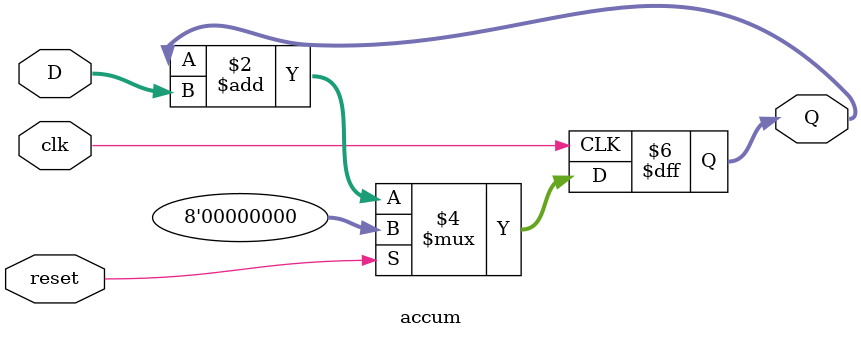
<source format=v>
`timescale 1ns / 1ps


module accum (
    input clk,
    input reset,
    input [7:0] D,
    output reg[7:0] Q
    ); 
 
 always@(posedge clk)begin
   if(reset)
     Q = 0;
   else
     Q = Q + D;
 end
    
endmodule

</source>
